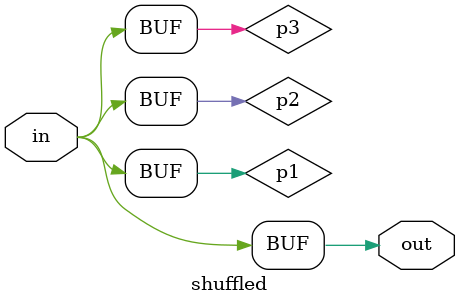
<source format=sv>
module shuffled (
    input  logic [0:0] in,
    output logic [0:0] out
);
   wire [0:0] p1, p2, p3;

   assign p1 = in;
   assign out = p3;
   assign p3 = p2;
   assign p2 = p1;
endmodule

</source>
